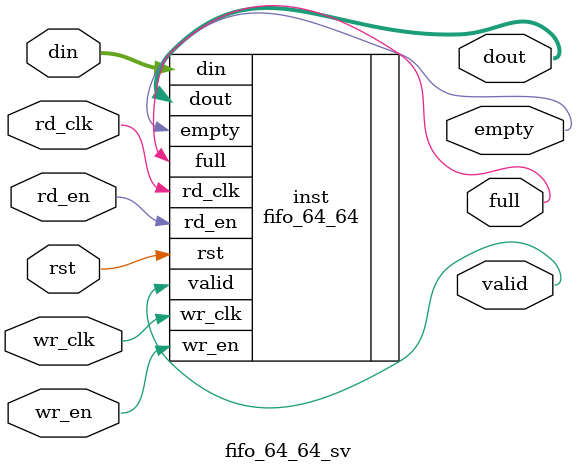
<source format=sv>


`timescale 1ps / 1ps

`include "vivado_interfaces.svh"

module fifo_64_64_sv (
  (* X_INTERFACE_IGNORE = "true" *)
  input wire rst,
  (* X_INTERFACE_IGNORE = "true" *)
  input wire wr_clk,
  (* X_INTERFACE_IGNORE = "true" *)
  input wire rd_clk,
  (* X_INTERFACE_IGNORE = "true" *)
  input wire [63:0] din,
  (* X_INTERFACE_IGNORE = "true" *)
  input wire wr_en,
  (* X_INTERFACE_IGNORE = "true" *)
  input wire rd_en,
  (* X_INTERFACE_IGNORE = "true" *)
  output wire [63:0] dout,
  (* X_INTERFACE_IGNORE = "true" *)
  output wire full,
  (* X_INTERFACE_IGNORE = "true" *)
  output wire empty,
  (* X_INTERFACE_IGNORE = "true" *)
  output wire valid
);

  fifo_64_64 inst (
    .rst(rst),
    .wr_clk(wr_clk),
    .rd_clk(rd_clk),
    .din(din),
    .wr_en(wr_en),
    .rd_en(rd_en),
    .dout(dout),
    .full(full),
    .empty(empty),
    .valid(valid)
  );

endmodule

</source>
